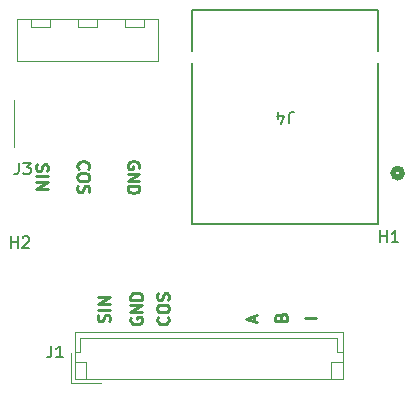
<source format=gbr>
%TF.GenerationSoftware,KiCad,Pcbnew,8.0.8*%
%TF.CreationDate,2025-01-20T17:52:52-08:00*%
%TF.ProjectId,Motor_Adapt_M,4d6f746f-725f-4416-9461-70745f4d2e6b,rev?*%
%TF.SameCoordinates,Original*%
%TF.FileFunction,Legend,Top*%
%TF.FilePolarity,Positive*%
%FSLAX46Y46*%
G04 Gerber Fmt 4.6, Leading zero omitted, Abs format (unit mm)*
G04 Created by KiCad (PCBNEW 8.0.8) date 2025-01-20 17:52:52*
%MOMM*%
%LPD*%
G01*
G04 APERTURE LIST*
%ADD10C,0.250000*%
%ADD11C,0.150000*%
%ADD12C,0.152400*%
%ADD13C,0.508000*%
%ADD14C,0.120000*%
G04 APERTURE END LIST*
D10*
X42837761Y-47926377D02*
X42885380Y-47831139D01*
X42885380Y-47831139D02*
X42885380Y-47688282D01*
X42885380Y-47688282D02*
X42837761Y-47545425D01*
X42837761Y-47545425D02*
X42742523Y-47450187D01*
X42742523Y-47450187D02*
X42647285Y-47402568D01*
X42647285Y-47402568D02*
X42456809Y-47354949D01*
X42456809Y-47354949D02*
X42313952Y-47354949D01*
X42313952Y-47354949D02*
X42123476Y-47402568D01*
X42123476Y-47402568D02*
X42028238Y-47450187D01*
X42028238Y-47450187D02*
X41933000Y-47545425D01*
X41933000Y-47545425D02*
X41885380Y-47688282D01*
X41885380Y-47688282D02*
X41885380Y-47783520D01*
X41885380Y-47783520D02*
X41933000Y-47926377D01*
X41933000Y-47926377D02*
X41980619Y-47973996D01*
X41980619Y-47973996D02*
X42313952Y-47973996D01*
X42313952Y-47973996D02*
X42313952Y-47783520D01*
X41885380Y-48402568D02*
X42885380Y-48402568D01*
X42885380Y-48402568D02*
X41885380Y-48973996D01*
X41885380Y-48973996D02*
X42885380Y-48973996D01*
X41885380Y-49450187D02*
X42885380Y-49450187D01*
X42885380Y-49450187D02*
X42885380Y-49688282D01*
X42885380Y-49688282D02*
X42837761Y-49831139D01*
X42837761Y-49831139D02*
X42742523Y-49926377D01*
X42742523Y-49926377D02*
X42647285Y-49973996D01*
X42647285Y-49973996D02*
X42456809Y-50021615D01*
X42456809Y-50021615D02*
X42313952Y-50021615D01*
X42313952Y-50021615D02*
X42123476Y-49973996D01*
X42123476Y-49973996D02*
X42028238Y-49926377D01*
X42028238Y-49926377D02*
X41933000Y-49831139D01*
X41933000Y-49831139D02*
X41885380Y-49688282D01*
X41885380Y-49688282D02*
X41885380Y-49450187D01*
X40317000Y-60895050D02*
X40364619Y-60752193D01*
X40364619Y-60752193D02*
X40364619Y-60514098D01*
X40364619Y-60514098D02*
X40317000Y-60418860D01*
X40317000Y-60418860D02*
X40269380Y-60371241D01*
X40269380Y-60371241D02*
X40174142Y-60323622D01*
X40174142Y-60323622D02*
X40078904Y-60323622D01*
X40078904Y-60323622D02*
X39983666Y-60371241D01*
X39983666Y-60371241D02*
X39936047Y-60418860D01*
X39936047Y-60418860D02*
X39888428Y-60514098D01*
X39888428Y-60514098D02*
X39840809Y-60704574D01*
X39840809Y-60704574D02*
X39793190Y-60799812D01*
X39793190Y-60799812D02*
X39745571Y-60847431D01*
X39745571Y-60847431D02*
X39650333Y-60895050D01*
X39650333Y-60895050D02*
X39555095Y-60895050D01*
X39555095Y-60895050D02*
X39459857Y-60847431D01*
X39459857Y-60847431D02*
X39412238Y-60799812D01*
X39412238Y-60799812D02*
X39364619Y-60704574D01*
X39364619Y-60704574D02*
X39364619Y-60466479D01*
X39364619Y-60466479D02*
X39412238Y-60323622D01*
X40364619Y-59895050D02*
X39364619Y-59895050D01*
X40364619Y-59418860D02*
X39364619Y-59418860D01*
X39364619Y-59418860D02*
X40364619Y-58847432D01*
X40364619Y-58847432D02*
X39364619Y-58847432D01*
X54840809Y-60514098D02*
X54888428Y-60371241D01*
X54888428Y-60371241D02*
X54936047Y-60323622D01*
X54936047Y-60323622D02*
X55031285Y-60276003D01*
X55031285Y-60276003D02*
X55174142Y-60276003D01*
X55174142Y-60276003D02*
X55269380Y-60323622D01*
X55269380Y-60323622D02*
X55317000Y-60371241D01*
X55317000Y-60371241D02*
X55364619Y-60466479D01*
X55364619Y-60466479D02*
X55364619Y-60847431D01*
X55364619Y-60847431D02*
X54364619Y-60847431D01*
X54364619Y-60847431D02*
X54364619Y-60514098D01*
X54364619Y-60514098D02*
X54412238Y-60418860D01*
X54412238Y-60418860D02*
X54459857Y-60371241D01*
X54459857Y-60371241D02*
X54555095Y-60323622D01*
X54555095Y-60323622D02*
X54650333Y-60323622D01*
X54650333Y-60323622D02*
X54745571Y-60371241D01*
X54745571Y-60371241D02*
X54793190Y-60418860D01*
X54793190Y-60418860D02*
X54840809Y-60514098D01*
X54840809Y-60514098D02*
X54840809Y-60847431D01*
X45269380Y-60526003D02*
X45317000Y-60573622D01*
X45317000Y-60573622D02*
X45364619Y-60716479D01*
X45364619Y-60716479D02*
X45364619Y-60811717D01*
X45364619Y-60811717D02*
X45317000Y-60954574D01*
X45317000Y-60954574D02*
X45221761Y-61049812D01*
X45221761Y-61049812D02*
X45126523Y-61097431D01*
X45126523Y-61097431D02*
X44936047Y-61145050D01*
X44936047Y-61145050D02*
X44793190Y-61145050D01*
X44793190Y-61145050D02*
X44602714Y-61097431D01*
X44602714Y-61097431D02*
X44507476Y-61049812D01*
X44507476Y-61049812D02*
X44412238Y-60954574D01*
X44412238Y-60954574D02*
X44364619Y-60811717D01*
X44364619Y-60811717D02*
X44364619Y-60716479D01*
X44364619Y-60716479D02*
X44412238Y-60573622D01*
X44412238Y-60573622D02*
X44459857Y-60526003D01*
X44364619Y-59906955D02*
X44364619Y-59716479D01*
X44364619Y-59716479D02*
X44412238Y-59621241D01*
X44412238Y-59621241D02*
X44507476Y-59526003D01*
X44507476Y-59526003D02*
X44697952Y-59478384D01*
X44697952Y-59478384D02*
X45031285Y-59478384D01*
X45031285Y-59478384D02*
X45221761Y-59526003D01*
X45221761Y-59526003D02*
X45317000Y-59621241D01*
X45317000Y-59621241D02*
X45364619Y-59716479D01*
X45364619Y-59716479D02*
X45364619Y-59906955D01*
X45364619Y-59906955D02*
X45317000Y-60002193D01*
X45317000Y-60002193D02*
X45221761Y-60097431D01*
X45221761Y-60097431D02*
X45031285Y-60145050D01*
X45031285Y-60145050D02*
X44697952Y-60145050D01*
X44697952Y-60145050D02*
X44507476Y-60097431D01*
X44507476Y-60097431D02*
X44412238Y-60002193D01*
X44412238Y-60002193D02*
X44364619Y-59906955D01*
X45317000Y-59097431D02*
X45364619Y-58954574D01*
X45364619Y-58954574D02*
X45364619Y-58716479D01*
X45364619Y-58716479D02*
X45317000Y-58621241D01*
X45317000Y-58621241D02*
X45269380Y-58573622D01*
X45269380Y-58573622D02*
X45174142Y-58526003D01*
X45174142Y-58526003D02*
X45078904Y-58526003D01*
X45078904Y-58526003D02*
X44983666Y-58573622D01*
X44983666Y-58573622D02*
X44936047Y-58621241D01*
X44936047Y-58621241D02*
X44888428Y-58716479D01*
X44888428Y-58716479D02*
X44840809Y-58906955D01*
X44840809Y-58906955D02*
X44793190Y-59002193D01*
X44793190Y-59002193D02*
X44745571Y-59049812D01*
X44745571Y-59049812D02*
X44650333Y-59097431D01*
X44650333Y-59097431D02*
X44555095Y-59097431D01*
X44555095Y-59097431D02*
X44459857Y-59049812D01*
X44459857Y-59049812D02*
X44412238Y-59002193D01*
X44412238Y-59002193D02*
X44364619Y-58906955D01*
X44364619Y-58906955D02*
X44364619Y-58668860D01*
X44364619Y-58668860D02*
X44412238Y-58526003D01*
X57864619Y-60597431D02*
X56864619Y-60597431D01*
X37730619Y-47973996D02*
X37683000Y-47926377D01*
X37683000Y-47926377D02*
X37635380Y-47783520D01*
X37635380Y-47783520D02*
X37635380Y-47688282D01*
X37635380Y-47688282D02*
X37683000Y-47545425D01*
X37683000Y-47545425D02*
X37778238Y-47450187D01*
X37778238Y-47450187D02*
X37873476Y-47402568D01*
X37873476Y-47402568D02*
X38063952Y-47354949D01*
X38063952Y-47354949D02*
X38206809Y-47354949D01*
X38206809Y-47354949D02*
X38397285Y-47402568D01*
X38397285Y-47402568D02*
X38492523Y-47450187D01*
X38492523Y-47450187D02*
X38587761Y-47545425D01*
X38587761Y-47545425D02*
X38635380Y-47688282D01*
X38635380Y-47688282D02*
X38635380Y-47783520D01*
X38635380Y-47783520D02*
X38587761Y-47926377D01*
X38587761Y-47926377D02*
X38540142Y-47973996D01*
X38635380Y-48593044D02*
X38635380Y-48783520D01*
X38635380Y-48783520D02*
X38587761Y-48878758D01*
X38587761Y-48878758D02*
X38492523Y-48973996D01*
X38492523Y-48973996D02*
X38302047Y-49021615D01*
X38302047Y-49021615D02*
X37968714Y-49021615D01*
X37968714Y-49021615D02*
X37778238Y-48973996D01*
X37778238Y-48973996D02*
X37683000Y-48878758D01*
X37683000Y-48878758D02*
X37635380Y-48783520D01*
X37635380Y-48783520D02*
X37635380Y-48593044D01*
X37635380Y-48593044D02*
X37683000Y-48497806D01*
X37683000Y-48497806D02*
X37778238Y-48402568D01*
X37778238Y-48402568D02*
X37968714Y-48354949D01*
X37968714Y-48354949D02*
X38302047Y-48354949D01*
X38302047Y-48354949D02*
X38492523Y-48402568D01*
X38492523Y-48402568D02*
X38587761Y-48497806D01*
X38587761Y-48497806D02*
X38635380Y-48593044D01*
X37683000Y-49402568D02*
X37635380Y-49545425D01*
X37635380Y-49545425D02*
X37635380Y-49783520D01*
X37635380Y-49783520D02*
X37683000Y-49878758D01*
X37683000Y-49878758D02*
X37730619Y-49926377D01*
X37730619Y-49926377D02*
X37825857Y-49973996D01*
X37825857Y-49973996D02*
X37921095Y-49973996D01*
X37921095Y-49973996D02*
X38016333Y-49926377D01*
X38016333Y-49926377D02*
X38063952Y-49878758D01*
X38063952Y-49878758D02*
X38111571Y-49783520D01*
X38111571Y-49783520D02*
X38159190Y-49593044D01*
X38159190Y-49593044D02*
X38206809Y-49497806D01*
X38206809Y-49497806D02*
X38254428Y-49450187D01*
X38254428Y-49450187D02*
X38349666Y-49402568D01*
X38349666Y-49402568D02*
X38444904Y-49402568D01*
X38444904Y-49402568D02*
X38540142Y-49450187D01*
X38540142Y-49450187D02*
X38587761Y-49497806D01*
X38587761Y-49497806D02*
X38635380Y-49593044D01*
X38635380Y-49593044D02*
X38635380Y-49831139D01*
X38635380Y-49831139D02*
X38587761Y-49973996D01*
X42162238Y-60573622D02*
X42114619Y-60668860D01*
X42114619Y-60668860D02*
X42114619Y-60811717D01*
X42114619Y-60811717D02*
X42162238Y-60954574D01*
X42162238Y-60954574D02*
X42257476Y-61049812D01*
X42257476Y-61049812D02*
X42352714Y-61097431D01*
X42352714Y-61097431D02*
X42543190Y-61145050D01*
X42543190Y-61145050D02*
X42686047Y-61145050D01*
X42686047Y-61145050D02*
X42876523Y-61097431D01*
X42876523Y-61097431D02*
X42971761Y-61049812D01*
X42971761Y-61049812D02*
X43067000Y-60954574D01*
X43067000Y-60954574D02*
X43114619Y-60811717D01*
X43114619Y-60811717D02*
X43114619Y-60716479D01*
X43114619Y-60716479D02*
X43067000Y-60573622D01*
X43067000Y-60573622D02*
X43019380Y-60526003D01*
X43019380Y-60526003D02*
X42686047Y-60526003D01*
X42686047Y-60526003D02*
X42686047Y-60716479D01*
X43114619Y-60097431D02*
X42114619Y-60097431D01*
X42114619Y-60097431D02*
X43114619Y-59526003D01*
X43114619Y-59526003D02*
X42114619Y-59526003D01*
X43114619Y-59049812D02*
X42114619Y-59049812D01*
X42114619Y-59049812D02*
X42114619Y-58811717D01*
X42114619Y-58811717D02*
X42162238Y-58668860D01*
X42162238Y-58668860D02*
X42257476Y-58573622D01*
X42257476Y-58573622D02*
X42352714Y-58526003D01*
X42352714Y-58526003D02*
X42543190Y-58478384D01*
X42543190Y-58478384D02*
X42686047Y-58478384D01*
X42686047Y-58478384D02*
X42876523Y-58526003D01*
X42876523Y-58526003D02*
X42971761Y-58573622D01*
X42971761Y-58573622D02*
X43067000Y-58668860D01*
X43067000Y-58668860D02*
X43114619Y-58811717D01*
X43114619Y-58811717D02*
X43114619Y-59049812D01*
X34183000Y-47604949D02*
X34135380Y-47747806D01*
X34135380Y-47747806D02*
X34135380Y-47985901D01*
X34135380Y-47985901D02*
X34183000Y-48081139D01*
X34183000Y-48081139D02*
X34230619Y-48128758D01*
X34230619Y-48128758D02*
X34325857Y-48176377D01*
X34325857Y-48176377D02*
X34421095Y-48176377D01*
X34421095Y-48176377D02*
X34516333Y-48128758D01*
X34516333Y-48128758D02*
X34563952Y-48081139D01*
X34563952Y-48081139D02*
X34611571Y-47985901D01*
X34611571Y-47985901D02*
X34659190Y-47795425D01*
X34659190Y-47795425D02*
X34706809Y-47700187D01*
X34706809Y-47700187D02*
X34754428Y-47652568D01*
X34754428Y-47652568D02*
X34849666Y-47604949D01*
X34849666Y-47604949D02*
X34944904Y-47604949D01*
X34944904Y-47604949D02*
X35040142Y-47652568D01*
X35040142Y-47652568D02*
X35087761Y-47700187D01*
X35087761Y-47700187D02*
X35135380Y-47795425D01*
X35135380Y-47795425D02*
X35135380Y-48033520D01*
X35135380Y-48033520D02*
X35087761Y-48176377D01*
X34135380Y-48604949D02*
X35135380Y-48604949D01*
X34135380Y-49081139D02*
X35135380Y-49081139D01*
X35135380Y-49081139D02*
X34135380Y-49652567D01*
X34135380Y-49652567D02*
X35135380Y-49652567D01*
X52578904Y-60895050D02*
X52578904Y-60418860D01*
X52864619Y-60990288D02*
X51864619Y-60656955D01*
X51864619Y-60656955D02*
X52864619Y-60323622D01*
D11*
X55548333Y-44141180D02*
X55548333Y-43426895D01*
X55548333Y-43426895D02*
X55595952Y-43284038D01*
X55595952Y-43284038D02*
X55691190Y-43188800D01*
X55691190Y-43188800D02*
X55834047Y-43141180D01*
X55834047Y-43141180D02*
X55929285Y-43141180D01*
X54643571Y-43807847D02*
X54643571Y-43141180D01*
X54881666Y-44188800D02*
X55119761Y-43474514D01*
X55119761Y-43474514D02*
X54500714Y-43474514D01*
X31988095Y-54704819D02*
X31988095Y-53704819D01*
X31988095Y-54181009D02*
X32559523Y-54181009D01*
X32559523Y-54704819D02*
X32559523Y-53704819D01*
X32988095Y-53800057D02*
X33035714Y-53752438D01*
X33035714Y-53752438D02*
X33130952Y-53704819D01*
X33130952Y-53704819D02*
X33369047Y-53704819D01*
X33369047Y-53704819D02*
X33464285Y-53752438D01*
X33464285Y-53752438D02*
X33511904Y-53800057D01*
X33511904Y-53800057D02*
X33559523Y-53895295D01*
X33559523Y-53895295D02*
X33559523Y-53990533D01*
X33559523Y-53990533D02*
X33511904Y-54133390D01*
X33511904Y-54133390D02*
X32940476Y-54704819D01*
X32940476Y-54704819D02*
X33559523Y-54704819D01*
X63238095Y-54204819D02*
X63238095Y-53204819D01*
X63238095Y-53681009D02*
X63809523Y-53681009D01*
X63809523Y-54204819D02*
X63809523Y-53204819D01*
X64809523Y-54204819D02*
X64238095Y-54204819D01*
X64523809Y-54204819D02*
X64523809Y-53204819D01*
X64523809Y-53204819D02*
X64428571Y-53347676D01*
X64428571Y-53347676D02*
X64333333Y-53442914D01*
X64333333Y-53442914D02*
X64238095Y-53490533D01*
X35416666Y-62954819D02*
X35416666Y-63669104D01*
X35416666Y-63669104D02*
X35369047Y-63811961D01*
X35369047Y-63811961D02*
X35273809Y-63907200D01*
X35273809Y-63907200D02*
X35130952Y-63954819D01*
X35130952Y-63954819D02*
X35035714Y-63954819D01*
X36416666Y-63954819D02*
X35845238Y-63954819D01*
X36130952Y-63954819D02*
X36130952Y-62954819D01*
X36130952Y-62954819D02*
X36035714Y-63097676D01*
X36035714Y-63097676D02*
X35940476Y-63192914D01*
X35940476Y-63192914D02*
X35845238Y-63240533D01*
X32666666Y-47454819D02*
X32666666Y-48169104D01*
X32666666Y-48169104D02*
X32619047Y-48311961D01*
X32619047Y-48311961D02*
X32523809Y-48407200D01*
X32523809Y-48407200D02*
X32380952Y-48454819D01*
X32380952Y-48454819D02*
X32285714Y-48454819D01*
X33047619Y-47454819D02*
X33666666Y-47454819D01*
X33666666Y-47454819D02*
X33333333Y-47835771D01*
X33333333Y-47835771D02*
X33476190Y-47835771D01*
X33476190Y-47835771D02*
X33571428Y-47883390D01*
X33571428Y-47883390D02*
X33619047Y-47931009D01*
X33619047Y-47931009D02*
X33666666Y-48026247D01*
X33666666Y-48026247D02*
X33666666Y-48264342D01*
X33666666Y-48264342D02*
X33619047Y-48359580D01*
X33619047Y-48359580D02*
X33571428Y-48407200D01*
X33571428Y-48407200D02*
X33476190Y-48454819D01*
X33476190Y-48454819D02*
X33190476Y-48454819D01*
X33190476Y-48454819D02*
X33095238Y-48407200D01*
X33095238Y-48407200D02*
X33047619Y-48359580D01*
D12*
%TO.C,J4*%
X47315600Y-34502800D02*
X47315600Y-38030328D01*
X47315600Y-39001672D02*
X47315600Y-52689200D01*
X47315600Y-52689200D02*
X63114400Y-52689200D01*
X63114400Y-34502800D02*
X47315600Y-34502800D01*
X63114400Y-38030328D02*
X63114400Y-34502800D01*
X63114400Y-52689200D02*
X63114400Y-39001672D01*
D13*
X65121000Y-48346000D02*
G75*
G02*
X64359000Y-48346000I-381000J0D01*
G01*
X64359000Y-48346000D02*
G75*
G02*
X65121000Y-48346000I381000J0D01*
G01*
D14*
%TO.C,J1*%
X37090000Y-63610000D02*
X37090000Y-66110000D01*
X37090000Y-66110000D02*
X39590000Y-66110000D01*
X37390000Y-61790000D02*
X37390000Y-65810000D01*
X37390000Y-63500000D02*
X37890000Y-63500000D01*
X37390000Y-64310000D02*
X38390000Y-64310000D01*
X37390000Y-65810000D02*
X60110000Y-65810000D01*
X37890000Y-62290000D02*
X59610000Y-62290000D01*
X37890000Y-63500000D02*
X37890000Y-62290000D01*
X38390000Y-64310000D02*
X38390000Y-65810000D01*
X59110000Y-64310000D02*
X59110000Y-65810000D01*
X59610000Y-62290000D02*
X59610000Y-63500000D01*
X59610000Y-63500000D02*
X60110000Y-63500000D01*
X60110000Y-61790000D02*
X37390000Y-61790000D01*
X60110000Y-64310000D02*
X59110000Y-64310000D01*
X60110000Y-65810000D02*
X60110000Y-61790000D01*
%TO.C,J3*%
X32235000Y-42155000D02*
X32235000Y-46155000D01*
X32525000Y-35335000D02*
X44475000Y-35335000D01*
X32525000Y-38855000D02*
X32525000Y-35335000D01*
X33740000Y-35335000D02*
X33740000Y-35935000D01*
X33740000Y-35935000D02*
X35340000Y-35935000D01*
X35340000Y-35935000D02*
X35340000Y-35335000D01*
X37700000Y-35335000D02*
X37700000Y-35935000D01*
X37700000Y-35935000D02*
X39300000Y-35935000D01*
X39300000Y-35935000D02*
X39300000Y-35335000D01*
X41660000Y-35335000D02*
X41660000Y-35935000D01*
X41660000Y-35935000D02*
X43260000Y-35935000D01*
X43260000Y-35935000D02*
X43260000Y-35335000D01*
X44475000Y-35335000D02*
X44475000Y-38855000D01*
X44475000Y-38855000D02*
X32525000Y-38855000D01*
%TD*%
M02*

</source>
